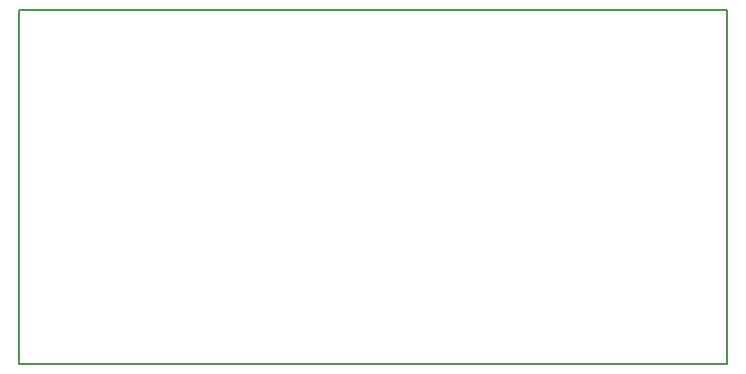
<source format=gko>
G04 #@! TF.FileFunction,Profile,NP*
%FSLAX46Y46*%
G04 Gerber Fmt 4.6, Leading zero omitted, Abs format (unit mm)*
G04 Created by KiCad (PCBNEW 4.0.4-1.fc24-product) date Thu Jan 11 10:47:53 2018*
%MOMM*%
%LPD*%
G01*
G04 APERTURE LIST*
%ADD10C,0.100000*%
%ADD11C,0.150000*%
G04 APERTURE END LIST*
D10*
D11*
X179000000Y-111000000D02*
X179000000Y-81000000D01*
X119000000Y-111000000D02*
X179000000Y-111000000D01*
X119000000Y-81000000D02*
X119000000Y-111000000D01*
X179000000Y-81000000D02*
X119000000Y-81000000D01*
M02*

</source>
